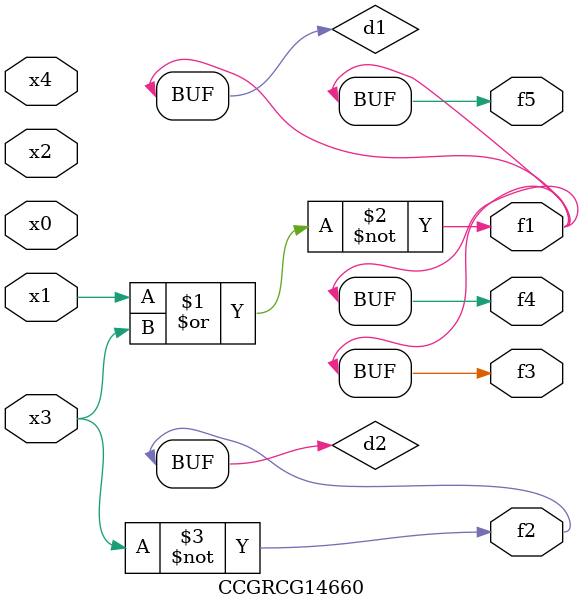
<source format=v>
module CCGRCG14660(
	input x0, x1, x2, x3, x4,
	output f1, f2, f3, f4, f5
);

	wire d1, d2;

	nor (d1, x1, x3);
	not (d2, x3);
	assign f1 = d1;
	assign f2 = d2;
	assign f3 = d1;
	assign f4 = d1;
	assign f5 = d1;
endmodule

</source>
